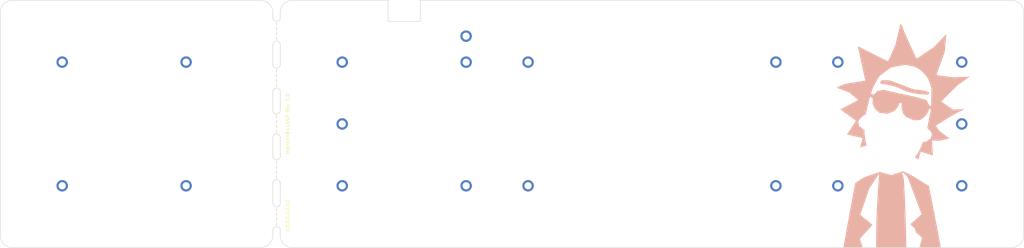
<source format=kicad_pcb>
(kicad_pcb (version 20171130) (host pcbnew "(5.1.2-1)-1")
  (layers (0 F.Cu signal) (31 B.Cu signal) (34 B.Paste user) (35 F.Paste user) (36 B.SilkS user) (37 F.SilkS user) (38 B.Mask user) (39 F.Mask user) (44 Edge.Cuts user))
  (net 0 "")
  (module random-keyboard-parts:Generic-Mounthole (layer F.Cu) (at 202.9073 51.68)
    (fp_text reference H19)
    (fp_text value MountingHole)
    (pad 1 thru_hole circle (at 0 0) (size 3.5 3.5) (drill 2.2) (layers *.Cu *.Mask))
  )
  (module random-keyboard-parts:Generic-Mounthole (layer F.Cu) (at 354.92 97.66)
    (fp_text reference H18)
    (fp_text value MountingHole)
    (pad 1 thru_hole circle (at 0 0) (size 3.5 3.5) (drill 2.2) (layers *.Cu *.Mask))
  )
  (module random-keyboard-parts:Generic-Mounthole (layer F.Cu) (at 354.92 59.66)
    (fp_text reference H17)
    (fp_text value MountingHole)
    (pad 1 thru_hole circle (at 0 0) (size 3.5 3.5) (drill 2.2) (layers *.Cu *.Mask))
  )
  (module random-keyboard-parts:Generic-Mounthole (layer F.Cu) (at 297.92 97.66)
    (fp_text reference H16)
    (fp_text value MountingHole)
    (pad 1 thru_hole circle (at 0 0) (size 3.5 3.5) (drill 2.2) (layers *.Cu *.Mask))
  )
  (module random-keyboard-parts:Generic-Mounthole (layer F.Cu) (at 297.92 59.66)
    (fp_text reference H15)
    (fp_text value MountingHole)
    (pad 1 thru_hole circle (at 0 0) (size 3.5 3.5) (drill 2.2) (layers *.Cu *.Mask))
  )
  (module random-keyboard-parts:Generic-Mounthole (layer F.Cu) (at 221.92 97.66)
    (fp_text reference H14)
    (fp_text value MountingHole)
    (pad 1 thru_hole circle (at 0 0) (size 3.5 3.5) (drill 2.2) (layers *.Cu *.Mask))
  )
  (module random-keyboard-parts:Generic-Mounthole (layer F.Cu) (at 221.92 59.66)
    (fp_text reference H13)
    (fp_text value MountingHole)
    (pad 1 thru_hole circle (at 0 0) (size 3.5 3.5) (drill 2.2) (layers *.Cu *.Mask))
  )
  (module random-keyboard-parts:Generic-Mounthole (layer F.Cu) (at 164.92 59.66)
    (fp_text reference H12)
    (fp_text value MountingHole)
    (pad 1 thru_hole circle (at 0 0) (size 3.5 3.5) (drill 2.2) (layers *.Cu *.Mask))
  )
  (module random-keyboard-parts:Generic-Mounthole (layer F.Cu) (at 164.92 97.66)
    (fp_text reference H11)
    (fp_text value MountingHole)
    (pad 1 thru_hole circle (at 0 0) (size 3.5 3.5) (drill 2.2) (layers *.Cu *.Mask))
  )
  (module Keeb_footprints:MX100_outline (layer F.Cu) (at 126.54 107.16)
    (fp_text reference U64)
    (fp_text value HOLE)
  )
  (module Keeb_footprints:MX100_outline (layer F.Cu) (at 107.54 107.16)
    (fp_text reference U63)
    (fp_text value HOLE)
  )
  (module Keeb_footprints:MX100_outline (layer F.Cu) (at 88.54 107.16)
    (fp_text reference U62)
    (fp_text value HOLE)
  )
  (module Keeb_footprints:MX100_outline (layer F.Cu) (at 69.54 107.16)
    (fp_text reference U61)
    (fp_text value HOLE)
  )
  (module Keeb_footprints:MX100_outline (layer F.Cu) (at 126.54 88.16)
    (fp_text reference U60)
    (fp_text value HOLE)
  )
  (module Keeb_footprints:MX100_outline (layer F.Cu) (at 107.54 88.16)
    (fp_text reference U59)
    (fp_text value HOLE)
  )
  (module Keeb_footprints:MX100_outline (layer F.Cu) (at 88.54 88.16)
    (fp_text reference U58)
    (fp_text value HOLE)
  )
  (module Keeb_footprints:MX100_outline (layer F.Cu) (at 69.54 88.16)
    (fp_text reference U57)
    (fp_text value HOLE)
  )
  (module Keeb_footprints:MX100_outline (layer F.Cu) (at 126.54 69.16)
    (fp_text reference U56)
    (fp_text value HOLE)
  )
  (module Keeb_footprints:MX100_outline (layer F.Cu) (at 107.54 69.16)
    (fp_text reference U55)
    (fp_text value HOLE)
  )
  (module Keeb_footprints:MX100_outline (layer F.Cu) (at 88.54 69.16)
    (fp_text reference U54)
    (fp_text value HOLE)
  )
  (module Keeb_footprints:MX100_outline (layer F.Cu) (at 69.54 69.16)
    (fp_text reference U53)
    (fp_text value HOLE)
  )
  (module Keeb_footprints:MX100_outline (layer F.Cu) (at 126.54 50.16)
    (fp_text reference U52)
    (fp_text value HOLE)
  )
  (module Keeb_footprints:MX100_outline (layer F.Cu) (at 107.54 50.16)
    (fp_text reference U51)
    (fp_text value HOLE)
  )
  (module Keeb_footprints:MX100_outline (layer F.Cu) (at 88.54 50.16)
    (fp_text reference U50)
    (fp_text value HOLE)
  )
  (module Keeb_footprints:MX100_outline (layer F.Cu) (at 69.54 50.16)
    (fp_text reference U49)
    (fp_text value HOLE)
  )
  (module Keeb_footprints:MX100_outline (layer F.Cu) (at 364.42 107.16)
    (fp_text reference U48)
    (fp_text value HOLE)
  )
  (module Keeb_footprints:MX100_outline (layer F.Cu) (at 345.42 107.16)
    (fp_text reference U47)
    (fp_text value HOLE)
  )
  (module Keeb_footprints:MX100_outline (layer F.Cu) (at 326.42 107.16)
    (fp_text reference U46)
    (fp_text value HOLE)
  )
  (module Keeb_footprints:MX100_outline (layer F.Cu) (at 307.42 107.16)
    (fp_text reference U45)
    (fp_text value HOLE)
  )
  (module Keeb_footprints:MX100_outline (layer F.Cu) (at 288.42 107.16)
    (fp_text reference U44)
    (fp_text value HOLE)
  )
  (module Keeb_footprints:MX100_outline (layer F.Cu) (at 269.42 107.16)
    (fp_text reference U43)
    (fp_text value HOLE)
  )
  (module Keeb_footprints:MX100_outline (layer F.Cu) (at 250.42 107.16)
    (fp_text reference U42)
    (fp_text value HOLE)
  )
  (module Keeb_footprints:MX100_outline (layer F.Cu) (at 231.42 107.16)
    (fp_text reference U41)
    (fp_text value HOLE)
  )
  (module Keeb_footprints:MX100_outline (layer F.Cu) (at 212.42 107.16)
    (fp_text reference U40)
    (fp_text value HOLE)
  )
  (module Keeb_footprints:MX100_outline (layer F.Cu) (at 193.42 107.16)
    (fp_text reference U39)
    (fp_text value HOLE)
  )
  (module Keeb_footprints:MX100_outline (layer F.Cu) (at 174.42 107.16)
    (fp_text reference U38)
    (fp_text value HOLE)
  )
  (module Keeb_footprints:MX100_outline (layer F.Cu) (at 155.42 107.16)
    (fp_text reference U37)
    (fp_text value HOLE)
  )
  (module Keeb_footprints:MX100_outline (layer F.Cu) (at 364.42 88.16)
    (fp_text reference U36)
    (fp_text value HOLE)
  )
  (module Keeb_footprints:MX100_outline (layer F.Cu) (at 345.42 88.16)
    (fp_text reference U35)
    (fp_text value HOLE)
  )
  (module Keeb_footprints:MX100_outline (layer F.Cu) (at 326.42 88.16)
    (fp_text reference U34)
    (fp_text value HOLE)
  )
  (module Keeb_footprints:MX100_outline (layer F.Cu) (at 307.42 88.16)
    (fp_text reference U33)
    (fp_text value HOLE)
  )
  (module Keeb_footprints:MX100_outline (layer F.Cu) (at 288.42 88.16)
    (fp_text reference U32)
    (fp_text value HOLE)
  )
  (module Keeb_footprints:MX100_outline (layer F.Cu) (at 269.42 88.16)
    (fp_text reference U31)
    (fp_text value HOLE)
  )
  (module Keeb_footprints:MX100_outline (layer F.Cu) (at 250.42 88.16)
    (fp_text reference U30)
    (fp_text value HOLE)
  )
  (module Keeb_footprints:MX100_outline (layer F.Cu) (at 231.42 88.16)
    (fp_text reference U29)
    (fp_text value HOLE)
  )
  (module Keeb_footprints:MX100_outline (layer F.Cu) (at 212.42 88.16)
    (fp_text reference U28)
    (fp_text value HOLE)
  )
  (module Keeb_footprints:MX100_outline (layer F.Cu) (at 193.42 88.16)
    (fp_text reference U27)
    (fp_text value HOLE)
  )
  (module Keeb_footprints:MX100_outline (layer F.Cu) (at 174.42 88.16)
    (fp_text reference U26)
    (fp_text value HOLE)
  )
  (module Keeb_footprints:MX100_outline (layer F.Cu) (at 155.42 88.16)
    (fp_text reference U25)
    (fp_text value HOLE)
  )
  (module Keeb_footprints:MX100_outline (layer F.Cu) (at 364.42 69.16)
    (fp_text reference U24)
    (fp_text value HOLE)
  )
  (module Keeb_footprints:MX100_outline (layer F.Cu) (at 345.42 69.16)
    (fp_text reference U23)
    (fp_text value HOLE)
  )
  (module Keeb_footprints:MX100_outline (layer F.Cu) (at 326.42 69.16)
    (fp_text reference U22)
    (fp_text value HOLE)
  )
  (module Keeb_footprints:MX100_outline (layer F.Cu) (at 307.42 69.16)
    (fp_text reference U21)
    (fp_text value HOLE)
  )
  (module Keeb_footprints:MX100_outline (layer F.Cu) (at 288.42 69.16)
    (fp_text reference U20)
    (fp_text value HOLE)
  )
  (module Keeb_footprints:MX100_outline (layer F.Cu) (at 269.42 69.16)
    (fp_text reference U19)
    (fp_text value HOLE)
  )
  (module Keeb_footprints:MX100_outline (layer F.Cu) (at 250.42 69.16)
    (fp_text reference U18)
    (fp_text value HOLE)
  )
  (module Keeb_footprints:MX100_outline (layer F.Cu) (at 231.42 69.16)
    (fp_text reference U17)
    (fp_text value HOLE)
  )
  (module Keeb_footprints:MX100_outline (layer F.Cu) (at 212.42 69.16)
    (fp_text reference U16)
    (fp_text value HOLE)
  )
  (module Keeb_footprints:MX100_outline (layer F.Cu) (at 193.42 69.16)
    (fp_text reference U15)
    (fp_text value HOLE)
  )
  (module Keeb_footprints:MX100_outline (layer F.Cu) (at 174.42 69.16)
    (fp_text reference U14)
    (fp_text value HOLE)
  )
  (module Keeb_footprints:MX100_outline (layer F.Cu) (at 155.42 69.16)
    (fp_text reference U13)
    (fp_text value HOLE)
  )
  (module Keeb_footprints:MX100_outline (layer F.Cu) (at 364.42 50.16)
    (fp_text reference U12)
    (fp_text value HOLE)
  )
  (module Keeb_footprints:MX100_outline (layer F.Cu) (at 345.42 50.16)
    (fp_text reference U11)
    (fp_text value HOLE)
  )
  (module Keeb_footprints:MX100_outline (layer F.Cu) (at 326.42 50.16)
    (fp_text reference U10)
    (fp_text value HOLE)
  )
  (module Keeb_footprints:MX100_outline (layer F.Cu) (at 307.42 50.16)
    (fp_text reference U9)
    (fp_text value HOLE)
  )
  (module Keeb_footprints:MX100_outline (layer F.Cu) (at 288.42 50.16)
    (fp_text reference U8)
    (fp_text value HOLE)
  )
  (module Keeb_footprints:MX100_outline (layer F.Cu) (at 269.42 50.16)
    (fp_text reference U7)
    (fp_text value HOLE)
  )
  (module Keeb_footprints:MX100_outline (layer F.Cu) (at 250.42 50.16)
    (fp_text reference U6)
    (fp_text value HOLE)
  )
  (module Keeb_footprints:MX100_outline (layer F.Cu) (at 231.42 50.16)
    (fp_text reference U5)
    (fp_text value HOLE)
  )
  (module Keeb_footprints:MX100_outline (layer F.Cu) (at 212.42 50.16)
    (fp_text reference U4)
    (fp_text value HOLE)
  )
  (module Keeb_footprints:MX100_outline (layer F.Cu) (at 193.42 50.16)
    (fp_text reference U3)
    (fp_text value HOLE)
  )
  (module Keeb_footprints:MX100_outline (layer F.Cu) (at 174.42 50.16)
    (fp_text reference U2)
    (fp_text value HOLE)
  )
  (module Keeb_footprints:MX100_outline (layer F.Cu) (at 155.42 50.16)
    (fp_text reference U1)
    (fp_text value HOLE)
  )
  (module random-keyboard-parts:Generic-Mounthole (layer F.Cu) (at 117.04 59.66)
    (fp_text reference H10)
    (fp_text value MountingHole)
    (pad 1 thru_hole circle (at 0 0) (size 3.5 3.5) (drill 2.2) (layers *.Cu *.Mask))
  )
  (module random-keyboard-parts:Generic-Mounthole (layer F.Cu) (at 117.04 97.66)
    (fp_text reference H9)
    (fp_text value MountingHole)
    (pad 1 thru_hole circle (at 0 0) (size 3.5 3.5) (drill 2.2) (layers *.Cu *.Mask))
  )
  (module random-keyboard-parts:Generic-Mounthole (layer F.Cu) (at 79.04 97.66)
    (fp_text reference H8)
    (fp_text value MountingHole)
    (pad 1 thru_hole circle (at 0 0) (size 3.5 3.5) (drill 2.2) (layers *.Cu *.Mask))
  )
  (module random-keyboard-parts:Generic-Mounthole (layer F.Cu) (at 79.04 59.66)
    (fp_text reference H7)
    (fp_text value MountingHole)
    (pad 1 thru_hole circle (at 0 0) (size 3.5 3.5) (drill 2.2) (layers *.Cu *.Mask))
  )
  (module acheron_Hardware:MouseBite_IPC7351 (layer F.Cu) (at 143.64 50.16 90)
    (fp_text reference U70)
    (fp_text value HOLE)
    (pad "" np_thru_hole circle (at -2.5 0 90) (size 0.8 0.8) (drill 0.8) (layers *.Cu *.Mask))
    (pad "" np_thru_hole circle (at -1.25 0 90) (size 0.8 0.8) (drill 0.8) (layers *.Cu *.Mask))
    (pad "" np_thru_hole circle (at 2.5 0 90) (size 0.8 0.8) (drill 0.8) (layers *.Cu *.Mask))
    (pad "" np_thru_hole circle (at 1.25 0 90) (size 0.8 0.8) (drill 0.8) (layers *.Cu *.Mask))
    (pad "" np_thru_hole circle (at 0 0 90) (size 0.8 0.8) (drill 0.8) (layers *.Cu *.Mask))
  )
  (module acheron_Hardware:MouseBite_IPC7351 (layer F.Cu) (at 143.64 64.6 90)
    (fp_text reference U69)
    (fp_text value HOLE)
    (pad "" np_thru_hole circle (at -2.5 0 90) (size 0.8 0.8) (drill 0.8) (layers *.Cu *.Mask))
    (pad "" np_thru_hole circle (at -1.25 0 90) (size 0.8 0.8) (drill 0.8) (layers *.Cu *.Mask))
    (pad "" np_thru_hole circle (at 2.5 0 90) (size 0.8 0.8) (drill 0.8) (layers *.Cu *.Mask))
    (pad "" np_thru_hole circle (at 1.25 0 90) (size 0.8 0.8) (drill 0.8) (layers *.Cu *.Mask))
    (pad "" np_thru_hole circle (at 0 0 90) (size 0.8 0.8) (drill 0.8) (layers *.Cu *.Mask))
  )
  (module acheron_Hardware:MouseBite_IPC7351 (layer F.Cu) (at 143.64 78.66 90)
    (fp_text reference U68)
    (fp_text value HOLE)
    (pad "" np_thru_hole circle (at -2.5 0 90) (size 0.8 0.8) (drill 0.8) (layers *.Cu *.Mask))
    (pad "" np_thru_hole circle (at -1.25 0 90) (size 0.8 0.8) (drill 0.8) (layers *.Cu *.Mask))
    (pad "" np_thru_hole circle (at 2.5 0 90) (size 0.8 0.8) (drill 0.8) (layers *.Cu *.Mask))
    (pad "" np_thru_hole circle (at 1.25 0 90) (size 0.8 0.8) (drill 0.8) (layers *.Cu *.Mask))
    (pad "" np_thru_hole circle (at 0 0 90) (size 0.8 0.8) (drill 0.8) (layers *.Cu *.Mask))
  )
  (module acheron_Hardware:MouseBite_IPC7351 (layer F.Cu) (at 143.64 92.72 90)
    (fp_text reference U67)
    (fp_text value HOLE)
    (pad "" np_thru_hole circle (at -2.5 0 90) (size 0.8 0.8) (drill 0.8) (layers *.Cu *.Mask))
    (pad "" np_thru_hole circle (at -1.25 0 90) (size 0.8 0.8) (drill 0.8) (layers *.Cu *.Mask))
    (pad "" np_thru_hole circle (at 2.5 0 90) (size 0.8 0.8) (drill 0.8) (layers *.Cu *.Mask))
    (pad "" np_thru_hole circle (at 1.25 0 90) (size 0.8 0.8) (drill 0.8) (layers *.Cu *.Mask))
    (pad "" np_thru_hole circle (at 0 0 90) (size 0.8 0.8) (drill 0.8) (layers *.Cu *.Mask))
  )
  (module acheron_Hardware:MouseBite_IPC7351 (layer F.Cu) (at 143.64 107.16 90)
    (fp_text reference U66)
    (fp_text value HOLE)
    (pad "" np_thru_hole circle (at -2.5 0 90) (size 0.8 0.8) (drill 0.8) (layers *.Cu *.Mask))
    (pad "" np_thru_hole circle (at -1.25 0 90) (size 0.8 0.8) (drill 0.8) (layers *.Cu *.Mask))
    (pad "" np_thru_hole circle (at 2.5 0 90) (size 0.8 0.8) (drill 0.8) (layers *.Cu *.Mask))
    (pad "" np_thru_hole circle (at 1.25 0 90) (size 0.8 0.8) (drill 0.8) (layers *.Cu *.Mask))
    (pad "" np_thru_hole circle (at 0 0 90) (size 0.8 0.8) (drill 0.8) (layers *.Cu *.Mask))
  )
  (module Artwork:rick_large (layer B.Cu) (at 337.16625 82.296875 180)
    (fp_text reference U65 hide)
    (fp_text value HOLE hide)
    (fp_poly (pts (xy 7.015348 16.828876) (xy 7.293472 16.555918) (xy 7.179463 16.265675) (xy 7.129511 16.145662) (xy 7.07489 16.054858) (xy 6.997239 15.986717) (xy 6.878202 15.934695) (xy 6.699419 15.892244) (xy 6.442533 15.852821) (xy 6.089185 15.809878) (xy 5.813351 15.778586) (xy 5.115897 15.680371) (xy 4.388311 15.542399) (xy 3.655785 15.371742) (xy 2.943513 15.175471) (xy 2.276688 14.960658) (xy 1.680501 14.734375) (xy 1.180146 14.503692) (xy 1.0795 14.449778) (xy 0.402342 14.116625) (xy -0.39138 13.800847) (xy -1.292025 13.50565) (xy -2.289948 13.234239) (xy -3.20675 13.024787) (xy -3.5783 12.952725) (xy -3.968008 12.89035) (xy -4.394824 12.835683) (xy -4.877699 12.786744) (xy -5.435581 12.741555) (xy -6.087421 12.698138) (xy -6.643891 12.665849) (xy -7.350532 12.626799) (xy -7.576549 12.825244) (xy -7.802566 13.02369) (xy -7.670251 13.247946) (xy -7.608846 13.346706) (xy -7.544687 13.422574) (xy -7.457186 13.485047) (xy -7.325758 13.543623) (xy -7.129814 13.607798) (xy -6.848768 13.687069) (xy -6.536107 13.771137) (xy -6.058887 13.881287) (xy -5.498397 13.977611) (xy -4.836374 14.063075) (xy -4.550905 14.093677) (xy -4.070542 14.145372) (xy -3.684674 14.194513) (xy -3.361081 14.247023) (xy -3.06754 14.308823) (xy -2.77183 14.385833) (xy -2.463338 14.477309) (xy -2.089201 14.599415) (xy -1.694645 14.739606) (xy -1.32836 14.879975) (xy -1.055683 14.995019) (xy -0.864897 15.076463) (xy -0.571936 15.194925) (xy -0.193899 15.343793) (xy 0.252119 15.516454) (xy 0.74902 15.706296) (xy 1.279707 15.906708) (xy 1.827084 16.111078) (xy 1.901192 16.13856) (xy 4.278634 17.019493) (xy 5.507929 17.060663) (xy 6.737225 17.101833) (xy 7.015348 16.828876)) (layer B.SilkS) (width 0.01))
    (fp_poly (pts (xy 1.043847 34.277804) (xy 1.0795 34.255908) (xy 1.094033 34.189366) (xy 1.135755 34.011175) (xy 1.201843 33.733091) (xy 1.289476 33.366867) (xy 1.395834 32.924258) (xy 1.518096 32.41702) (xy 1.653441 31.856908) (xy 1.799048 31.255675) (xy 1.840353 31.085353) (xy 2.601207 27.948892) (xy 3.697728 25.436492) (xy 3.964582 24.829531) (xy 4.20467 24.292426) (xy 4.414362 23.832892) (xy 4.590029 23.458647) (xy 4.728041 23.177407) (xy 4.824767 22.996886) (xy 4.876578 22.924801) (xy 4.879835 22.923797) (xy 4.948542 22.951763) (xy 5.121889 23.032908) (xy 5.391253 23.162954) (xy 5.748013 23.337627) (xy 6.183546 23.552651) (xy 6.68923 23.803751) (xy 7.256444 24.086652) (xy 7.876565 24.397079) (xy 8.540971 24.730756) (xy 9.24104 25.083407) (xy 9.565687 25.247293) (xy 10.404904 25.670873) (xy 11.137824 26.039939) (xy 11.771256 26.357736) (xy 12.31201 26.627506) (xy 12.766895 26.852494) (xy 13.142721 27.035945) (xy 13.446296 27.181101) (xy 13.68443 27.291208) (xy 13.863932 27.369508) (xy 13.991611 27.419247) (xy 14.074277 27.443668) (xy 14.11874 27.446015) (xy 14.131807 27.429532) (xy 14.130811 27.422168) (xy 14.084473 27.22151) (xy 14.016591 26.921487) (xy 13.929576 26.5331) (xy 13.825838 26.067352) (xy 13.707789 25.535245) (xy 13.57784 24.947781) (xy 13.438403 24.315962) (xy 13.291889 23.65079) (xy 13.140709 22.963268) (xy 12.987275 22.264397) (xy 12.833997 21.565179) (xy 12.683286 20.876617) (xy 12.537555 20.209712) (xy 12.399215 19.575467) (xy 12.270675 18.984884) (xy 12.154349 18.448965) (xy 12.052647 17.978712) (xy 11.96798 17.585127) (xy 11.90276 17.279213) (xy 11.859398 17.071971) (xy 11.840305 16.974403) (xy 11.839676 16.968158) (xy 11.904334 16.954459) (xy 12.082374 16.922627) (xy 12.361782 16.874669) (xy 12.730547 16.812592) (xy 13.176657 16.738402) (xy 13.6881 16.654105) (xy 14.252863 16.561709) (xy 14.858935 16.46322) (xy 14.972681 16.444806) (xy 18.08603 15.941111) (xy 19.361765 15.385532) (xy 19.73342 15.22223) (xy 20.062424 15.0749) (xy 20.332077 14.951249) (xy 20.525682 14.858983) (xy 20.626538 14.805811) (xy 20.637233 14.796851) (xy 20.580025 14.767276) (xy 20.417745 14.698516) (xy 20.164209 14.596044) (xy 19.833236 14.465334) (xy 19.438643 14.311857) (xy 18.994247 14.141086) (xy 18.664157 14.015408) (xy 16.691348 13.267065) (xy 15.394174 12.152486) (xy 15.051392 11.856408) (xy 14.742588 11.586711) (xy 14.480255 11.354547) (xy 14.276886 11.171068) (xy 14.144976 11.047427) (xy 14.097017 10.994775) (xy 14.097 10.994537) (xy 14.151089 10.954749) (xy 14.304039 10.864105) (xy 14.541873 10.730026) (xy 14.850614 10.559936) (xy 15.216284 10.361259) (xy 15.624907 10.141417) (xy 16.062507 9.907835) (xy 16.515105 9.667934) (xy 16.968725 9.42914) (xy 17.409389 9.198874) (xy 17.823122 8.98456) (xy 18.195946 8.793622) (xy 18.513883 8.633483) (xy 18.762958 8.511566) (xy 18.843625 8.473566) (xy 19.102753 8.349682) (xy 19.312942 8.241658) (xy 19.451024 8.161913) (xy 19.4945 8.124726) (xy 19.444414 8.079262) (xy 19.300974 7.967816) (xy 19.074406 7.797893) (xy 18.774934 7.576996) (xy 18.412785 7.312632) (xy 17.998183 7.012303) (xy 17.541354 6.683515) (xy 17.11325 6.37711) (xy 16.627564 6.028925) (xy 16.175176 5.701811) (xy 15.766323 5.403373) (xy 15.411242 5.141216) (xy 15.120169 4.922942) (xy 14.90334 4.756156) (xy 14.770994 4.648461) (xy 14.73254 4.608679) (xy 14.766464 4.542089) (xy 14.862956 4.381471) (xy 15.014467 4.138684) (xy 15.213448 3.825591) (xy 15.452348 3.45405) (xy 15.72362 3.035924) (xy 16.019712 2.583072) (xy 16.089709 2.4765) (xy 16.389238 2.019537) (xy 16.664847 1.596538) (xy 16.909148 1.219031) (xy 17.114756 0.898546) (xy 17.274283 0.64661) (xy 17.380343 0.474752) (xy 17.42555 0.394499) (xy 17.426509 0.390132) (xy 17.36222 0.371669) (xy 17.187559 0.328801) (xy 16.916129 0.26468) (xy 16.561533 0.182456) (xy 16.137374 0.08528) (xy 15.657254 -0.023698) (xy 15.134776 -0.141327) (xy 15.047322 -0.160927) (xy 14.51916 -0.279662) (xy 14.031053 -0.390238) (xy 13.596622 -0.489504) (xy 13.229488 -0.574313) (xy 12.943273 -0.641512) (xy 12.751598 -0.687953) (xy 12.668085 -0.710486) (xy 12.665666 -0.711666) (xy 12.675013 -0.776648) (xy 12.713448 -0.946579) (xy 12.776604 -1.203895) (xy 12.860116 -1.53103) (xy 12.959619 -1.910419) (xy 13.0175 -2.12725) (xy 13.12408 -2.526615) (xy 13.217756 -2.882344) (xy 13.294045 -3.177027) (xy 13.348467 -3.393256) (xy 13.376542 -3.513621) (xy 13.379191 -3.532612) (xy 13.316115 -3.52381) (xy 13.155508 -3.490317) (xy 12.923043 -3.438248) (xy 12.644397 -3.373721) (xy 12.345244 -3.302853) (xy 12.051258 -3.231761) (xy 11.788115 -3.166562) (xy 11.581489 -3.113373) (xy 11.457054 -3.078311) (xy 11.432868 -3.068898) (xy 11.433661 -2.998799) (xy 11.473604 -2.861035) (xy 11.481705 -2.839201) (xy 11.514058 -2.719856) (xy 11.562717 -2.495513) (xy 11.623738 -2.186548) (xy 11.693176 -1.813339) (xy 11.767087 -1.396261) (xy 11.812212 -1.131816) (xy 11.907124 -0.546808) (xy 11.977248 -0.063396) (xy 12.025153 0.340843) (xy 12.053406 0.688332) (xy 12.064575 1.001494) (xy 12.065 1.075627) (xy 12.065 1.779638) (xy 12.92225 2.415304) (xy 13.205406 2.626354) (xy 13.449123 2.810074) (xy 13.636681 2.953695) (xy 13.751364 3.044445) (xy 13.7795 3.070182) (xy 13.787777 3.136952) (xy 13.810191 3.302904) (xy 13.843115 3.54147) (xy 13.874962 3.76945) (xy 13.970425 4.449506) (xy 13.39345 5.178207) (xy 13.148671 5.481797) (xy 12.952481 5.707406) (xy 12.77877 5.879761) (xy 12.601427 6.02359) (xy 12.394342 6.163621) (xy 12.2739 6.238466) (xy 12.036764 6.392494) (xy 11.84008 6.537214) (xy 11.71066 6.651998) (xy 11.676356 6.698137) (xy 11.646581 6.795509) (xy 11.593703 6.997106) (xy 11.522568 7.283264) (xy 11.438022 7.634323) (xy 11.344913 8.03062) (xy 11.300414 8.22325) (xy 11.157711 8.839369) (xy 11.017343 9.436048) (xy 10.882451 10.00064) (xy 10.756175 10.520496) (xy 10.641656 10.982967) (xy 10.542034 11.375404) (xy 10.46045 11.68516) (xy 10.400046 11.899586) (xy 10.363961 12.006033) (xy 10.359072 12.01433) (xy 10.297158 11.995208) (xy 10.166571 11.905976) (xy 9.991056 11.763631) (xy 9.912524 11.694673) (xy 9.506557 11.330437) (xy 9.564592 10.647347) (xy 9.622626 9.964256) (xy 9.245405 9.139933) (xy 8.868184 8.315609) (xy 7.52475 7.068099) (xy 6.235506 6.91245) (xy 4.946263 6.756801) (xy 3.871563 7.204276) (xy 2.796864 7.65175) (xy 2.262021 8.347042) (xy 1.930262 8.804865) (xy 1.684225 9.207401) (xy 1.519413 9.553542) (xy 1.424145 9.785876) (xy 1.347597 9.968682) (xy 1.301717 10.07359) (xy 1.294577 10.087456) (xy 1.229128 10.085779) (xy 1.079195 10.057183) (xy 0.95037 10.026318) (xy 0.623234 9.942476) (xy 0.671018 9.305113) (xy 0.693029 9.015314) (xy 0.705865 8.800566) (xy 0.705726 8.629226) (xy 0.688807 8.46965) (xy 0.651308 8.290195) (xy 0.589426 8.059219) (xy 0.499359 7.745078) (xy 0.472216 7.650616) (xy 0.235819 6.82625) (xy -0.260109 6.283627) (xy -0.756036 5.741004) (xy -1.886143 5.230568) (xy -3.01625 4.720131) (xy -4.03225 4.791852) (xy -5.04825 4.863572) (xy -5.715 5.322535) (xy -6.022632 5.540826) (xy -6.257738 5.72882) (xy -6.456679 5.921402) (xy -6.655818 6.153452) (xy -6.868318 6.428937) (xy -7.100643 6.748854) (xy -7.270602 7.014456) (xy -7.400501 7.266087) (xy -7.512646 7.544087) (xy -7.560889 7.681563) (xy -7.649176 7.938078) (xy -7.722395 8.145496) (xy -7.771015 8.277114) (xy -7.785073 8.309586) (xy -7.847792 8.299378) (xy -7.984956 8.247049) (xy -8.058472 8.214336) (xy -8.232001 8.110416) (xy -8.290804 8.015203) (xy -8.288851 8.001) (xy -8.253995 7.85174) (xy -8.199591 7.599648) (xy -8.130045 7.266615) (xy -8.049761 6.87453) (xy -7.963146 6.445283) (xy -7.874604 6.000764) (xy -7.788542 5.562861) (xy -7.709365 5.153465) (xy -7.641478 4.794465) (xy -7.618991 4.672714) (xy -7.542682 4.260981) (xy -7.46282 3.838678) (xy -7.386828 3.444504) (xy -7.322129 3.11716) (xy -7.296194 2.989964) (xy -7.170048 2.38125) (xy -7.704762 1.87325) (xy -7.950267 1.633709) (xy -8.123439 1.443646) (xy -8.248522 1.270067) (xy -8.349763 1.079982) (xy -8.4365 0.877525) (xy -8.633523 0.3898) (xy -8.421064 -0.201975) (xy -8.208604 -0.79375) (xy -7.540952 -1.281431) (xy -7.262594 -1.482573) (xy -7.056355 -1.621695) (xy -6.892701 -1.712911) (xy -6.742099 -1.770332) (xy -6.575014 -1.80807) (xy -6.375391 -1.838366) (xy -6.136266 -1.876465) (xy -5.948778 -1.915377) (xy -5.846218 -1.947943) (xy -5.838011 -1.953934) (xy -5.801474 -2.029213) (xy -5.732636 -2.197848) (xy -5.6419 -2.433588) (xy -5.555375 -2.667) (xy -5.341305 -3.207685) (xy -5.083407 -3.784335) (xy -4.796979 -4.367531) (xy -4.497321 -4.927853) (xy -4.199731 -5.435884) (xy -3.919511 -5.862204) (xy -3.830237 -5.984203) (xy -3.650913 -6.224304) (xy -3.506009 -6.424681) (xy -3.409411 -6.565655) (xy -3.375007 -6.627548) (xy -3.375494 -6.628611) (xy -3.435222 -6.666684) (xy -3.578191 -6.75673) (xy -3.779969 -6.88338) (xy -3.919956 -6.971082) (xy -4.442661 -7.298345) (xy -4.548283 -6.935297) (xy -4.606811 -6.732804) (xy -4.689346 -6.445518) (xy -4.785172 -6.110809) (xy -4.883575 -5.766045) (xy -4.889073 -5.74675) (xy -5.001585 -5.374573) (xy -5.097339 -5.10486) (xy -5.173246 -4.945581) (xy -5.21575 -4.903293) (xy -5.297188 -4.918443) (xy -5.482879 -4.970036) (xy -5.757009 -5.053132) (xy -6.103762 -5.162795) (xy -6.507323 -5.294086) (xy -6.951876 -5.442068) (xy -7.082117 -5.486015) (xy -7.53118 -5.63718) (xy -7.939732 -5.773144) (xy -8.29276 -5.889036) (xy -8.575253 -5.979985) (xy -8.772199 -6.041121) (xy -8.868585 -6.067571) (xy -8.875686 -6.067981) (xy -8.876949 -6.002742) (xy -8.871714 -5.828561) (xy -8.86091 -5.563278) (xy -8.845463 -5.224733) (xy -8.826302 -4.830767) (xy -8.804353 -4.39922) (xy -8.780545 -3.947932) (xy -8.755806 -3.494745) (xy -8.731062 -3.057497) (xy -8.707241 -2.65403) (xy -8.685272 -2.302184) (xy -8.666081 -2.019799) (xy -8.663066 -1.978698) (xy -8.623654 -1.449146) (xy -11.01725 -1.536832) (xy -12.446 -1.205074) (xy -12.855495 -1.108529) (xy -13.223657 -1.018947) (xy -13.532384 -0.940962) (xy -13.763571 -0.879204) (xy -13.899113 -0.838308) (xy -13.926466 -0.826267) (xy -13.893377 -0.776701) (xy -13.771104 -0.665579) (xy -13.57416 -0.504668) (xy -13.317056 -0.305737) (xy -13.014303 -0.080554) (xy -12.942216 -0.028082) (xy -12.443207 0.33397) (xy -12.034425 0.63237) (xy -11.703356 0.878123) (xy -11.437489 1.082233) (xy -11.22431 1.255704) (xy -11.051306 1.409541) (xy -10.905964 1.554749) (xy -10.775771 1.702331) (xy -10.648215 1.863292) (xy -10.510782 2.048637) (xy -10.387906 2.21828) (xy -10.19478 2.491056) (xy -10.033704 2.729327) (xy -9.917241 2.91364) (xy -9.857955 3.024544) (xy -9.853419 3.045788) (xy -9.909641 3.090996) (xy -10.062467 3.197144) (xy -10.301206 3.357221) (xy -10.615168 3.564215) (xy -10.993664 3.811115) (xy -11.426004 4.09091) (xy -11.901499 4.396589) (xy -12.35075 4.68373) (xy -13.011675 5.103308) (xy -13.586506 5.463835) (xy -14.094809 5.776727) (xy -14.556147 6.053398) (xy -14.990087 6.305265) (xy -15.416192 6.543742) (xy -15.854026 6.780244) (xy -16.323155 7.026188) (xy -16.680433 7.209973) (xy -17.124505 7.437973) (xy -17.529136 7.647524) (xy -17.881274 7.831725) (xy -18.167868 7.983675) (xy -18.375867 8.096474) (xy -18.492221 8.163221) (xy -18.512497 8.178671) (xy -18.44605 8.181785) (xy -18.269307 8.179891) (xy -17.998851 8.173449) (xy -17.651268 8.162916) (xy -17.243143 8.148749) (xy -16.791061 8.131405) (xy -16.77235 8.130654) (xy -15.053322 8.061518) (xy -13.273411 9.280955) (xy -12.85295 9.57017) (xy -12.4679 9.837243) (xy -12.130337 10.073629) (xy -11.852334 10.270777) (xy -11.645966 10.420142) (xy -11.523308 10.513174) (xy -11.4935 10.540992) (xy -11.537321 10.591947) (xy -11.663425 10.724084) (xy -11.863776 10.929301) (xy -12.130337 11.1995) (xy -12.455072 11.52658) (xy -12.829943 11.90244) (xy -13.246915 12.31898) (xy -13.69795 12.7681) (xy -14.049436 13.117172) (xy -15.389184 14.44625) (xy -8.462472 14.44625) (xy -8.409172 12.41425) (xy -8.396019 11.882054) (xy -8.384569 11.358604) (xy -8.375199 10.866051) (xy -8.368282 10.42655) (xy -8.364194 10.062251) (xy -8.363308 9.795308) (xy -8.363795 9.731375) (xy -8.36478 9.461235) (xy -8.361184 9.245856) (xy -8.353717 9.111784) (xy -8.346342 9.0805) (xy -8.283862 9.112027) (xy -8.146238 9.194194) (xy -7.985336 9.295201) (xy -7.838048 9.394776) (xy -7.726518 9.491851) (xy -7.632006 9.612905) (xy -7.535771 9.784415) (xy -7.419076 10.032861) (xy -7.344058 10.201315) (xy -7.038411 10.892728) (xy -6.170331 11.19068) (xy -5.567917 11.384278) (xy -4.847824 11.592444) (xy -4.018279 11.81313) (xy -3.08751 12.044288) (xy -2.063747 12.283869) (xy -0.955216 12.529824) (xy 0.132727 12.760034) (xy 0.765059 12.892789) (xy 1.438443 13.037427) (xy 2.123748 13.187471) (xy 2.791843 13.336444) (xy 3.413596 13.47787) (xy 3.959876 13.605272) (xy 4.275042 13.680998) (xy 4.733561 13.790778) (xy 5.1626 13.889342) (xy 5.543493 13.972729) (xy 5.857575 14.036975) (xy 6.086182 14.078118) (xy 6.210648 14.092195) (xy 6.211792 14.092176) (xy 6.362593 14.080036) (xy 6.606247 14.050356) (xy 6.910504 14.007445) (xy 7.243109 13.955609) (xy 7.28153 13.949301) (xy 8.11781 13.81125) (xy 8.607033 13.255625) (xy 8.807951 13.036332) (xy 8.986384 12.857853) (xy 9.122086 12.739414) (xy 9.192181 12.7) (xy 9.327229 12.71174) (xy 9.518207 12.741795) (xy 9.727809 12.78242) (xy 9.918732 12.825869) (xy 10.053671 12.864397) (xy 10.0965 12.887765) (xy 10.077293 12.95792) (xy 10.024083 13.127895) (xy 9.943484 13.377182) (xy 9.84211 13.68527) (xy 9.753317 13.951872) (xy 9.642338 14.276378) (xy 9.538482 14.559355) (xy 9.431242 14.823) (xy 9.31011 15.08951) (xy 9.164577 15.381081) (xy 8.984135 15.71991) (xy 8.758277 16.128195) (xy 8.536861 16.521458) (xy 8.303518 16.932739) (xy 8.085121 17.315111) (xy 7.891014 17.652414) (xy 7.73054 17.92849) (xy 7.613043 18.127181) (xy 7.547868 18.232328) (xy 7.545767 18.235393) (xy 7.467691 18.311684) (xy 7.298971 18.451944) (xy 7.052351 18.646392) (xy 6.740576 18.885241) (xy 6.37639 19.158708) (xy 5.972538 19.457009) (xy 5.620793 19.713231) (xy 3.813639 21.021425) (xy -0.251457 21.784251) (xy -1.665604 21.53289) (xy -3.07975 21.28153) (xy -3.974204 20.81664) (xy -4.512647 20.515605) (xy -4.994366 20.196384) (xy -5.445687 19.837329) (xy -5.892935 19.416796) (xy -6.362438 18.913138) (xy -6.547609 18.70075) (xy -7.06036 18.039439) (xy -7.483584 17.346408) (xy -7.830576 16.595547) (xy -8.114631 15.760749) (xy -8.196863 15.46225) (xy -8.462472 14.44625) (xy -15.389184 14.44625) (xy -16.605371 15.65275) (xy -18.431735 16.884909) (xy -18.857538 17.173328) (xy -19.246742 17.439177) (xy -19.587558 17.674229) (xy -19.868194 17.870258) (xy -20.07686 18.019038) (xy -20.201767 18.112343) (xy -20.233299 18.141869) (xy -20.166483 18.14491) (xy -19.986675 18.142933) (xy -19.707767 18.136353) (xy -19.343652 18.125589) (xy -18.90822 18.111055) (xy -18.415364 18.09317) (xy -17.878976 18.072349) (xy -17.771874 18.068039) (xy -15.33525 17.969407) (xy -12.8905 18.286481) (xy -12.216724 18.373873) (xy -11.658097 18.446594) (xy -11.203836 18.506417) (xy -10.843161 18.555114) (xy -10.565289 18.594461) (xy -10.359438 18.626228) (xy -10.214827 18.652191) (xy -10.120674 18.674122) (xy -10.066196 18.693795) (xy -10.040613 18.712982) (xy -10.033141 18.733458) (xy -10.033 18.756456) (xy -10.053968 18.829505) (xy -10.11436 19.01127) (xy -10.210408 19.291034) (xy -10.338344 19.658084) (xy -10.494399 20.101705) (xy -10.674807 20.611182) (xy -10.875799 21.1758) (xy -11.093606 21.784844) (xy -11.304555 22.372282) (xy -12.576109 25.906407) (xy -12.798573 28.551269) (xy -12.845681 29.116432) (xy -12.888561 29.640789) (xy -12.926197 30.111171) (xy -12.957573 30.514405) (xy -12.981674 30.837321) (xy -12.997483 31.066747) (xy -13.003985 31.189511) (xy -13.003393 31.206806) (xy -12.956982 31.164956) (xy -12.831253 31.040934) (xy -12.635179 30.843856) (xy -12.377732 30.582838) (xy -12.067885 30.267) (xy -11.714611 29.905456) (xy -11.326882 29.507326) (xy -11.024011 29.1955) (xy -9.062272 27.17352) (xy -6.549393 25.483471) (xy -6.04238 25.143328) (xy -5.565558 24.825078) (xy -5.129649 24.53576) (xy -4.745374 24.282414) (xy -4.423455 24.072081) (xy -4.174614 23.911801) (xy -4.009574 23.808612) (xy -3.939133 23.769575) (xy -3.904803 23.793075) (xy -3.845378 23.878871) (xy -3.757836 24.03316) (xy -3.639154 24.262144) (xy -3.486311 24.572022) (xy -3.296286 24.968993) (xy -3.066056 25.459257) (xy -2.792601 26.049013) (xy -2.472898 26.744462) (xy -2.224534 27.287489) (xy -1.868752 28.066769) (xy -1.560715 28.742029) (xy -1.295401 29.324766) (xy -1.067789 29.826479) (xy -0.872856 30.258666) (xy -0.705582 30.632826) (xy -0.560943 30.960456) (xy -0.433918 31.253056) (xy -0.319485 31.522122) (xy -0.212623 31.779155) (xy -0.108309 32.035651) (xy -0.001522 32.30311) (xy 0.11276 32.593029) (xy 0.239559 32.916907) (xy 0.286052 33.035876) (xy 0.45047 33.45392) (xy 0.577525 33.767845) (xy 0.674733 33.992334) (xy 0.749609 34.142075) (xy 0.809667 34.231753) (xy 0.862422 34.276055) (xy 0.91539 34.289666) (xy 0.927797 34.29) (xy 1.043847 34.277804)) (layer B.SilkS) (width 0.01))
    (fp_poly (pts (xy 0.570775 -10.964189) (xy 0.582454 -10.986614) (xy 0.646378 -11.022391) (xy 0.815494 -11.090142) (xy 1.073713 -11.184164) (xy 1.404944 -11.298759) (xy 1.793096 -11.428224) (xy 2.204022 -11.561109) (xy 3.80405 -12.07099) (xy 5.5374 -11.616289) (xy 5.986765 -11.497022) (xy 6.395056 -11.386001) (xy 6.746385 -11.287759) (xy 7.02486 -11.20683) (xy 7.214592 -11.14775) (xy 7.29969 -11.115051) (xy 7.3025 -11.112625) (xy 7.367294 -11.12225) (xy 7.538975 -11.170209) (xy 7.80475 -11.252341) (xy 8.151826 -11.364488) (xy 8.567409 -11.50249) (xy 9.038707 -11.662187) (xy 9.552926 -11.83942) (xy 9.763799 -11.912904) (xy 12.193348 -12.762146) (xy 13.478549 -13.566816) (xy 13.843513 -13.796204) (xy 14.174915 -14.006171) (xy 14.456726 -14.186427) (xy 14.672922 -14.326684) (xy 14.807474 -14.416652) (xy 14.843198 -14.442959) (xy 14.884197 -14.5295) (xy 14.939828 -14.715363) (xy 15.003291 -14.974689) (xy 15.067783 -15.281623) (xy 15.078532 -15.337591) (xy 15.172925 -15.838615) (xy 15.286116 -16.443794) (xy 15.415868 -17.140919) (xy 15.559945 -17.917782) (xy 15.716111 -18.762175) (xy 15.88213 -19.661889) (xy 16.055766 -20.604716) (xy 16.234783 -21.578446) (xy 16.416944 -22.570872) (xy 16.600014 -23.569786) (xy 16.781755 -24.562977) (xy 16.959934 -25.538239) (xy 17.132312 -26.483362) (xy 17.296654 -27.386139) (xy 17.450723 -28.23436) (xy 17.592285 -29.015817) (xy 17.719101 -29.718302) (xy 17.828937 -30.329606) (xy 17.919557 -30.837521) (xy 17.974177 -31.14675) (xy 18.078036 -31.7374) (xy 18.17612 -32.293033) (xy 18.266067 -32.800418) (xy 18.345512 -33.246326) (xy 18.412094 -33.617528) (xy 18.46345 -33.900792) (xy 18.497216 -34.08289) (xy 18.510046 -34.147125) (xy 18.544419 -34.29) (xy 15.590459 -34.29) (xy 14.991605 -34.289068) (xy 14.433438 -34.286399) (xy 13.928422 -34.282182) (xy 13.489021 -34.276605) (xy 13.1277 -34.269859) (xy 12.856923 -34.262131) (xy 12.689155 -34.253612) (xy 12.6365 -34.245193) (xy 12.656412 -34.174067) (xy 12.711933 -34.001991) (xy 12.796734 -33.747889) (xy 12.90449 -33.430688) (xy 13.028873 -33.069313) (xy 13.049249 -33.010517) (xy 13.176116 -32.640337) (xy 13.287188 -32.307736) (xy 13.376064 -32.032588) (xy 13.436341 -31.834769) (xy 13.461618 -31.734154) (xy 13.461999 -31.729105) (xy 13.420425 -31.664581) (xy 13.301446 -31.516486) (xy 13.11368 -31.29468) (xy 12.865742 -31.009026) (xy 12.566249 -30.669382) (xy 12.223817 -30.28561) (xy 11.847064 -29.867571) (xy 11.541125 -29.530868) (xy 11.144071 -29.094755) (xy 10.77418 -28.687226) (xy 10.440098 -28.317896) (xy 10.150469 -27.996382) (xy 9.913939 -27.732298) (xy 9.739153 -27.53526) (xy 9.634757 -27.414885) (xy 9.60777 -27.38046) (xy 9.652917 -27.332467) (xy 9.786942 -27.214679) (xy 9.999051 -27.035999) (xy 10.278445 -26.805333) (xy 10.61433 -26.531587) (xy 10.995907 -26.223665) (xy 11.412382 -25.890472) (xy 11.465145 -25.848455) (xy 11.886185 -25.511032) (xy 12.274102 -25.195719) (xy 12.617969 -24.911737) (xy 12.90686 -24.668306) (xy 13.129847 -24.474644) (xy 13.276004 -24.339972) (xy 13.334402 -24.273509) (xy 13.335 -24.270767) (xy 13.314841 -24.196809) (xy 13.256645 -24.012974) (xy 13.163828 -23.729432) (xy 13.039806 -23.356349) (xy 12.887997 -22.903895) (xy 12.711818 -22.382236) (xy 12.514686 -21.801541) (xy 12.300017 -21.171978) (xy 12.07123 -20.503714) (xy 11.967924 -20.202811) (xy 10.600848 -16.22425) (xy 9.189799 -14.102458) (xy 8.815347 -13.54002) (xy 8.504631 -13.075033) (xy 8.251552 -12.698871) (xy 8.050012 -12.402908) (xy 7.893913 -12.178516) (xy 7.777157 -12.017072) (xy 7.693646 -11.909948) (xy 7.637281 -11.848518) (xy 7.601965 -11.824157) (xy 7.581861 -11.827971) (xy 7.581961 -11.894078) (xy 7.591658 -12.073614) (xy 7.610005 -12.35345) (xy 7.636056 -12.720453) (xy 7.668864 -13.161492) (xy 7.707482 -13.663437) (xy 7.750963 -14.213154) (xy 7.777787 -14.54562) (xy 7.821502 -15.109561) (xy 7.869838 -15.779099) (xy 7.92145 -16.532969) (xy 7.974994 -17.349909) (xy 8.029124 -18.208654) (xy 8.082496 -19.087941) (xy 8.133764 -19.966507) (xy 8.181585 -20.823088) (xy 8.217311 -21.49475) (xy 8.267235 -22.474267) (xy 8.309815 -23.351938) (xy 8.345806 -24.152165) (xy 8.37596 -24.899356) (xy 8.401031 -25.617913) (xy 8.421773 -26.332244) (xy 8.438938 -27.066752) (xy 8.45328 -27.845843) (xy 8.465552 -28.693922) (xy 8.476508 -29.635395) (xy 8.480452 -30.019625) (xy 8.523013 -34.29) (xy -0.762 -34.29) (xy -0.761826 -33.702625) (xy -0.759812 -33.518732) (xy -0.754113 -33.223522) (xy -0.745133 -32.832611) (xy -0.733277 -32.361615) (xy -0.718951 -31.82615) (xy -0.702558 -31.241833) (xy -0.684503 -30.62428) (xy -0.667609 -30.06725) (xy -0.646333 -29.369301) (xy -0.622505 -28.573013) (xy -0.596956 -27.707002) (xy -0.570514 -26.799883) (xy -0.54401 -25.880272) (xy -0.518275 -24.976785) (xy -0.494137 -24.118038) (xy -0.475136 -23.4315) (xy -0.450774 -22.619962) (xy -0.420268 -21.726755) (xy -0.384895 -20.782632) (xy -0.34593 -19.818344) (xy -0.304653 -18.864646) (xy -0.262338 -17.952289) (xy -0.220265 -17.112027) (xy -0.188254 -16.523239) (xy 0.000198 -13.202728) (xy 0.291738 -12.18467) (xy 0.386497 -11.844732) (xy 0.464112 -11.54867) (xy 0.519509 -11.31735) (xy 0.547613 -11.171637) (xy 0.547943 -11.131277) (xy 0.483878 -11.152437) (xy 0.345852 -11.251812) (xy 0.1485 -11.416625) (xy -0.09354 -11.634098) (xy -0.365632 -11.891456) (xy -0.653138 -12.175921) (xy -0.679976 -12.203135) (xy -1.137702 -12.66825) (xy -3.267601 -18.334171) (xy -3.572361 -19.145766) (xy -3.864083 -19.924354) (xy -4.13969 -20.661626) (xy -4.396105 -21.34927) (xy -4.630251 -21.978977) (xy -4.839049 -22.542436) (xy -5.019422 -23.031338) (xy -5.168293 -23.437372) (xy -5.282584 -23.752229) (xy -5.359218 -23.967597) (xy -5.395117 -24.075168) (xy -5.3975 -24.08556) (xy -5.35123 -24.145641) (xy -5.219566 -24.278825) (xy -5.013231 -24.475204) (xy -4.742947 -24.72487) (xy -4.419438 -25.017915) (xy -4.053426 -25.344432) (xy -3.667125 -25.684463) (xy -3.270556 -26.032543) (xy -2.905974 -26.354916) (xy -2.584063 -26.641953) (xy -2.315505 -26.884027) (xy -2.110981 -27.07151) (xy -1.981175 -27.194774) (xy -1.93675 -27.243998) (xy -1.983377 -27.298744) (xy -2.111211 -27.416764) (xy -2.302183 -27.582124) (xy -2.538225 -27.778894) (xy -2.608227 -27.836062) (xy -3.279704 -28.382025) (xy -3.480755 -29.034137) (xy -3.681806 -29.68625) (xy -4.603153 -30.505694) (xy -4.90434 -30.779179) (xy -5.160076 -31.022405) (xy -5.357339 -31.222211) (xy -5.483106 -31.365434) (xy -5.5245 -31.436901) (xy -5.508396 -31.521551) (xy -5.464049 -31.706345) (xy -5.397409 -31.969116) (xy -5.314428 -32.287699) (xy -5.221054 -32.639927) (xy -5.12324 -33.003634) (xy -5.026934 -33.356653) (xy -4.938087 -33.676819) (xy -4.86265 -33.941964) (xy -4.806572 -34.129922) (xy -4.781228 -34.205788) (xy -4.7928 -34.224964) (xy -4.849511 -34.241122) (xy -4.960445 -34.254496) (xy -5.13469 -34.265323) (xy -5.381331 -34.273839) (xy -5.709455 -34.280279) (xy -6.128147 -34.284879) (xy -6.646493 -34.287875) (xy -7.27358 -34.289504) (xy -8.018495 -34.289999) (xy -8.025957 -34.29) (xy -8.765816 -34.289595) (xy -9.388315 -34.288201) (xy -9.903091 -34.285552) (xy -10.319781 -34.281381) (xy -10.648022 -34.275418) (xy -10.897452 -34.267398) (xy -11.077707 -34.257053) (xy -11.198427 -34.244115) (xy -11.269246 -34.228317) (xy -11.299804 -34.209391) (xy -11.303 -34.199076) (xy -11.291178 -34.108661) (xy -11.256786 -33.903417) (xy -11.201435 -33.591684) (xy -11.126736 -33.181805) (xy -11.0343 -32.682121) (xy -10.925738 -32.100973) (xy -10.802661 -31.446702) (xy -10.66668 -30.727651) (xy -10.519406 -29.95216) (xy -10.362451 -29.128571) (xy -10.197424 -28.265226) (xy -10.025937 -27.370466) (xy -9.849601 -26.452632) (xy -9.670027 -25.520066) (xy -9.488826 -24.581109) (xy -9.30761 -23.644103) (xy -9.127988 -22.71739) (xy -8.951572 -21.80931) (xy -8.779974 -20.928205) (xy -8.614804 -20.082417) (xy -8.457672 -19.280286) (xy -8.310191 -18.530156) (xy -8.173971 -17.840366) (xy -8.050623 -17.219259) (xy -7.941758 -16.675175) (xy -7.848987 -16.216457) (xy -7.773921 -15.851446) (xy -7.718171 -15.588483) (xy -7.683348 -15.435909) (xy -7.672112 -15.399067) (xy -7.603322 -15.352366) (xy -7.436185 -15.24611) (xy -7.180939 -15.086616) (xy -6.84782 -14.880201) (xy -6.447063 -14.63318) (xy -5.988905 -14.351869) (xy -5.483583 -14.042586) (xy -4.941332 -13.711645) (xy -4.637471 -13.526585) (xy -3.947557 -13.107762) (xy -3.353808 -12.749889) (xy -2.84476 -12.446493) (xy -2.408954 -12.191097) (xy -2.034928 -11.977229) (xy -1.711222 -11.798415) (xy -1.426374 -11.64818) (xy -1.168923 -11.520051) (xy -0.927408 -11.407552) (xy -0.742497 -11.326396) (xy -0.28832 -11.139002) (xy 0.062398 -11.011058) (xy 0.317354 -10.940591) (xy 0.484247 -10.925626) (xy 0.570775 -10.964189)) (layer B.SilkS) (width 0.01))
  )
  (module random-keyboard-parts:Generic-Mounthole (layer F.Cu) (at 354.92 78.66)
    (fp_text reference H6)
    (fp_text value MountingHole)
    (pad 1 thru_hole circle (at 0 0) (size 3.5 3.5) (drill 2.2) (layers *.Cu *.Mask))
  )
  (module random-keyboard-parts:Generic-Mounthole (layer F.Cu) (at 316.92 97.66)
    (fp_text reference H5)
    (fp_text value MountingHole)
    (pad 1 thru_hole circle (at 0 0) (size 3.5 3.5) (drill 2.2) (layers *.Cu *.Mask))
  )
  (module random-keyboard-parts:Generic-Mounthole (layer F.Cu) (at 316.92 59.66)
    (fp_text reference H4)
    (fp_text value MountingHole)
    (pad 1 thru_hole circle (at 0 0) (size 3.5 3.5) (drill 2.2) (layers *.Cu *.Mask))
  )
  (module random-keyboard-parts:Generic-Mounthole (layer F.Cu) (at 202.92 97.66)
    (fp_text reference H3)
    (fp_text value MountingHole)
    (pad 1 thru_hole circle (at 0 0) (size 3.5 3.5) (drill 2.2) (layers *.Cu *.Mask))
  )
  (module random-keyboard-parts:Generic-Mounthole (layer F.Cu) (at 202.92 59.675)
    (fp_text reference H2)
    (fp_text value MountingHole)
    (pad 1 thru_hole circle (at 0 0) (size 3.5 3.5) (drill 2.2) (layers *.Cu *.Mask))
  )
  (module random-keyboard-parts:Generic-Mounthole (layer F.Cu) (at 164.92 78.66)
    (fp_text reference H1)
    (fp_text value MountingHole)
    (pad 1 thru_hole circle (at 0 0) (size 3.5 3.5) (drill 2.2) (layers *.Cu *.Mask))
  )
  (gr_line (start 60.04 112.86) (end 60.04 44.46) (layer Edge.Cuts) (width 0.15))
  (gr_text "therick48+16SP Rev 1.0" (at 148.19961 78.659793 90) (layer F.SilkS) (effects (font (size 1 1))))
  (gr_arc (start 144.78 111.34) (end 145.92 111.34) (angle -180) (layer Edge.Cuts) (width 0.15))
  (gr_arc (start 144.78 102.98) (end 143.64 102.98) (angle -180) (layer Edge.Cuts) (width 0.15))
  (gr_arc (start 144.78 96.9) (end 145.92 96.9) (angle -180) (layer Edge.Cuts) (width 0.15))
  (gr_arc (start 144.78 88.54) (end 143.64 88.54) (angle -180) (layer Edge.Cuts) (width 0.15))
  (gr_arc (start 144.78 82.84) (end 145.92 82.84) (angle -180) (layer Edge.Cuts) (width 0.15))
  (gr_arc (start 144.78 74.48) (end 143.64 74.48) (angle -180) (layer Edge.Cuts) (width 0.15))
  (gr_arc (start 144.78 68.78) (end 145.92 68.78) (angle -180) (layer Edge.Cuts) (width 0.15))
  (gr_arc (start 144.78 60.42) (end 143.64 60.42) (angle -180) (layer Edge.Cuts) (width 0.15))
  (gr_arc (start 144.78 54.34) (end 145.92 54.34) (angle -180) (layer Edge.Cuts) (width 0.15))
  (gr_arc (start 144.78 45.98) (end 143.64 45.98) (angle -180) (layer Edge.Cuts) (width 0.15))
  (gr_line (start 144.78 109.06) (end 144.78 109.82) (layer B.SilkS) (width 0.15))
  (gr_line (start 144.78 107.54) (end 144.78 108.3) (layer B.SilkS) (width 0.15))
  (gr_line (start 144.78 106.02) (end 144.78 106.78) (layer B.SilkS) (width 0.15))
  (gr_line (start 144.78 104.5) (end 144.78 105.26) (layer B.SilkS) (width 0.15))
  (gr_line (start 144.78 94.62) (end 144.78 95.38) (layer B.SilkS) (width 0.15))
  (gr_line (start 144.78 93.1) (end 144.78 93.86) (layer B.SilkS) (width 0.15))
  (gr_line (start 144.78 91.58) (end 144.78 92.34) (layer B.SilkS) (width 0.15))
  (gr_line (start 144.78 90.06) (end 144.78 90.82) (layer B.SilkS) (width 0.15))
  (gr_line (start 144.78 80.56) (end 144.78 81.32) (layer B.SilkS) (width 0.15))
  (gr_line (start 144.78 79.04) (end 144.78 79.8) (layer B.SilkS) (width 0.15))
  (gr_line (start 144.78 77.52) (end 144.78 78.28) (layer B.SilkS) (width 0.15))
  (gr_line (start 144.78 76) (end 144.78 76.76) (layer B.SilkS) (width 0.15))
  (gr_line (start 144.78 66.5) (end 144.78 67.26) (layer B.SilkS) (width 0.15))
  (gr_line (start 144.78 64.98) (end 144.78 65.74) (layer B.SilkS) (width 0.15))
  (gr_line (start 144.78 63.46) (end 144.78 64.22) (layer B.SilkS) (width 0.15))
  (gr_line (start 144.78 61.94) (end 144.78 62.7) (layer B.SilkS) (width 0.15))
  (gr_line (start 144.78 52.06) (end 144.78 52.82) (layer B.SilkS) (width 0.15))
  (gr_line (start 144.78 50.54) (end 144.78 51.3) (layer B.SilkS) (width 0.15))
  (gr_line (start 144.78 49.02) (end 144.78 49.78) (layer B.SilkS) (width 0.15))
  (gr_line (start 144.78 47.5) (end 144.78 48.26) (layer B.SilkS) (width 0.15))
  (gr_line (start 145.92 68.78) (end 145.92 74.48) (layer Edge.Cuts) (width 0.15))
  (gr_line (start 143.64 68.78) (end 143.64 74.48) (layer Edge.Cuts) (width 0.15))
  (gr_line (start 145.92 54.34) (end 145.92 60.42) (layer Edge.Cuts) (width 0.15))
  (gr_line (start 143.64 54.34) (end 143.64 60.42) (layer Edge.Cuts) (width 0.15))
  (gr_line (start 143.64 44.46) (end 143.64 45.98) (layer Edge.Cuts) (width 0.15))
  (gr_line (start 145.92 44.46) (end 145.92 45.98) (layer Edge.Cuts) (width 0.15))
  (gr_line (start 145.92 96.9) (end 145.92 102.98) (layer Edge.Cuts) (width 0.15))
  (gr_line (start 143.64 96.9) (end 143.64 102.98) (layer Edge.Cuts) (width 0.15))
  (gr_line (start 145.92 82.84) (end 145.92 88.54) (layer Edge.Cuts) (width 0.15))
  (gr_line (start 143.64 82.84) (end 143.64 88.54) (layer Edge.Cuts) (width 0.15))
  (gr_line (start 145.92 111.34) (end 145.92 112.86) (layer Edge.Cuts) (width 0.15))
  (gr_line (start 143.64 111.34) (end 143.64 112.86) (layer Edge.Cuts) (width 0.15))
  (gr_line (start 139.84 40.66) (end 63.84 40.66) (layer Edge.Cuts) (width 0.15))
  (gr_line (start 373.92 112.86) (end 373.92 44.46) (layer Edge.Cuts) (width 0.15))
  (gr_line (start 63.84 116.66) (end 139.84 116.66) (layer Edge.Cuts) (width 0.15))
  (gr_arc (start 63.84 112.86) (end 60.04 112.86) (angle -90) (layer Edge.Cuts) (width 0.15))
  (gr_arc (start 63.84 44.46) (end 63.84 40.66) (angle -90) (layer Edge.Cuts) (width 0.15))
  (gr_arc (start 139.84 44.46) (end 143.64 44.46) (angle -90) (layer Edge.Cuts) (width 0.15))
  (gr_arc (start 139.84 112.86) (end 139.84 116.66) (angle -90) (layer Edge.Cuts) (width 0.15))
  (gr_line (start 188.86 47.119876) (end 188.86 40.66) (layer Edge.Cuts) (width 0.15))
  (gr_line (start 178.979529 47.119876) (end 188.859529 47.119876) (layer Edge.Cuts) (width 0.15))
  (gr_line (start 178.98 40.66) (end 178.98 47.119876) (layer Edge.Cuts) (width 0.15))
  (gr_line (start 149.72 116.66) (end 370.12 116.66) (layer Edge.Cuts) (width 0.15))
  (gr_line (start 149.72 40.66) (end 178.98 40.66) (layer Edge.Cuts) (width 0.15))
  (gr_line (start 370.12 40.66) (end 188.86 40.66) (layer Edge.Cuts) (width 0.15))
  (gr_arc (start 370.12 44.46) (end 373.92 44.46) (angle -90) (layer Edge.Cuts) (width 0.15))
  (gr_arc (start 370.12 112.86) (end 370.12 116.66) (angle -90) (layer Edge.Cuts) (width 0.15))
  (gr_arc (start 149.72 112.86) (end 145.92 112.86) (angle -90) (layer Edge.Cuts) (width 0.15))
  (gr_arc (start 149.72 44.46) (end 149.72 40.66) (angle -90) (layer Edge.Cuts) (width 0.15))
  (gr_text JLCJLCJLCJLC (at 148.2 112.1 90) (layer F.SilkS) (effects (font (size 1 1)) (justify left)))
)
</source>
